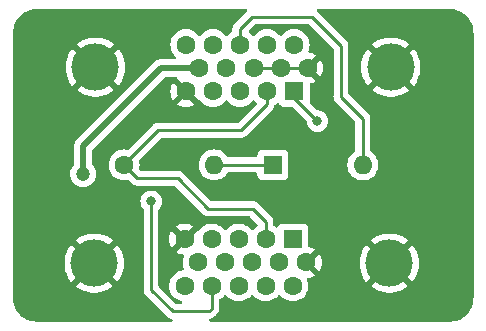
<source format=gbl>
G04 #@! TF.GenerationSoftware,KiCad,Pcbnew,(6.0.2)*
G04 #@! TF.CreationDate,2022-07-31T16:50:56-06:00*
G04 #@! TF.ProjectId,ypbprSync_MiSTer,79706270-7253-4796-9e63-5f4d69535465,rev?*
G04 #@! TF.SameCoordinates,Original*
G04 #@! TF.FileFunction,Copper,L2,Bot*
G04 #@! TF.FilePolarity,Positive*
%FSLAX46Y46*%
G04 Gerber Fmt 4.6, Leading zero omitted, Abs format (unit mm)*
G04 Created by KiCad (PCBNEW (6.0.2)) date 2022-07-31 16:50:56*
%MOMM*%
%LPD*%
G01*
G04 APERTURE LIST*
G04 #@! TA.AperFunction,ComponentPad*
%ADD10C,4.000000*%
G04 #@! TD*
G04 #@! TA.AperFunction,ComponentPad*
%ADD11R,1.600000X1.600000*%
G04 #@! TD*
G04 #@! TA.AperFunction,ComponentPad*
%ADD12C,1.600000*%
G04 #@! TD*
G04 #@! TA.AperFunction,ComponentPad*
%ADD13O,1.600000X1.600000*%
G04 #@! TD*
G04 #@! TA.AperFunction,ViaPad*
%ADD14C,0.800000*%
G04 #@! TD*
G04 #@! TA.AperFunction,ViaPad*
%ADD15C,1.200000*%
G04 #@! TD*
G04 #@! TA.AperFunction,Conductor*
%ADD16C,0.250000*%
G04 #@! TD*
G04 #@! TA.AperFunction,Conductor*
%ADD17C,0.500000*%
G04 #@! TD*
G04 APERTURE END LIST*
D10*
X157485000Y-80450000D03*
X132485000Y-80450000D03*
D11*
X149300000Y-82500000D03*
D12*
X147010000Y-82500000D03*
X144720000Y-82500000D03*
X142430000Y-82500000D03*
X140140000Y-82500000D03*
X150445000Y-80520000D03*
X148155000Y-80520000D03*
X145865000Y-80520000D03*
X143575000Y-80520000D03*
X141285000Y-80520000D03*
X149300000Y-78540000D03*
X147010000Y-78540000D03*
X144720000Y-78540000D03*
X142430000Y-78540000D03*
X140140000Y-78540000D03*
D10*
X157376000Y-97050000D03*
X132376000Y-97050000D03*
D11*
X149191000Y-95000000D03*
D12*
X146901000Y-95000000D03*
X144611000Y-95000000D03*
X142321000Y-95000000D03*
X140031000Y-95000000D03*
X150336000Y-96980000D03*
X148046000Y-96980000D03*
X145756000Y-96980000D03*
X143466000Y-96980000D03*
X141176000Y-96980000D03*
X149191000Y-98960000D03*
X146901000Y-98960000D03*
X144611000Y-98960000D03*
X142321000Y-98960000D03*
X140031000Y-98960000D03*
X134918248Y-88720574D03*
D13*
X142538248Y-88720574D03*
D11*
X147509652Y-88728248D03*
D13*
X155129652Y-88728248D03*
D14*
X137202323Y-91808254D03*
D15*
X131443228Y-89488229D03*
D14*
X151271751Y-85018770D03*
D16*
X149300000Y-83047019D02*
X149300000Y-82500000D01*
X151271751Y-85018770D02*
X149300000Y-83047019D01*
X144840782Y-85773341D02*
X147010000Y-83604123D01*
X137812473Y-85773341D02*
X144840782Y-85773341D01*
X134918248Y-88667566D02*
X137812473Y-85773341D01*
X134918248Y-88720574D02*
X134918248Y-88667566D01*
X147010000Y-83604123D02*
X147010000Y-82500000D01*
X144720000Y-77196742D02*
X144720000Y-78540000D01*
X145715214Y-76201528D02*
X144720000Y-77196742D01*
X150837603Y-76201528D02*
X145715214Y-76201528D01*
X153271354Y-82937756D02*
X153271354Y-78635279D01*
X155129652Y-84796054D02*
X153271354Y-82937756D01*
X155129652Y-88728248D02*
X155129652Y-84796054D01*
X153271354Y-78635279D02*
X150837603Y-76201528D01*
X148155000Y-80520000D02*
X145865000Y-80520000D01*
X150445000Y-80520000D02*
X148155000Y-80520000D01*
X142094558Y-101114521D02*
X142321000Y-100888079D01*
X139023937Y-101114521D02*
X142094558Y-101114521D01*
X137186976Y-99277560D02*
X139023937Y-101114521D01*
X142321000Y-100888079D02*
X142321000Y-98960000D01*
X137186976Y-91823601D02*
X137186976Y-99277560D01*
X137202323Y-91808254D02*
X137186976Y-91823601D01*
X145800061Y-92422378D02*
X146901000Y-93523317D01*
X146901000Y-93523317D02*
X146901000Y-95000000D01*
X139435669Y-89845085D02*
X142012962Y-92422378D01*
X142012962Y-92422378D02*
X145800061Y-92422378D01*
X136042759Y-89845085D02*
X139435669Y-89845085D01*
X134918248Y-88720574D02*
X136042759Y-89845085D01*
D17*
X138057315Y-80520000D02*
X141285000Y-80520000D01*
X131443228Y-87134087D02*
X138057315Y-80520000D01*
X131443228Y-89488229D02*
X131443228Y-87134087D01*
D16*
X157376000Y-80559000D02*
X157485000Y-80450000D01*
X147501978Y-88720574D02*
X147509652Y-88728248D01*
X142538248Y-88720574D02*
X147501978Y-88720574D01*
G04 #@! TA.AperFunction,Conductor*
G36*
X162470057Y-75509500D02*
G01*
X162484858Y-75511805D01*
X162484861Y-75511805D01*
X162493730Y-75513186D01*
X162509999Y-75511059D01*
X162534567Y-75510266D01*
X162751766Y-75524502D01*
X162768106Y-75526653D01*
X162825549Y-75538079D01*
X163007473Y-75574266D01*
X163023383Y-75578529D01*
X163239569Y-75651914D01*
X163254484Y-75656977D01*
X163269710Y-75663284D01*
X163488592Y-75771224D01*
X163502866Y-75779465D01*
X163705783Y-75915050D01*
X163718858Y-75925083D01*
X163902347Y-76085998D01*
X163914002Y-76097653D01*
X164074917Y-76281142D01*
X164084950Y-76294217D01*
X164220535Y-76497134D01*
X164228776Y-76511408D01*
X164336716Y-76730290D01*
X164343022Y-76745514D01*
X164421471Y-76976617D01*
X164425734Y-76992527D01*
X164448908Y-77109031D01*
X164473347Y-77231894D01*
X164475498Y-77248234D01*
X164489264Y-77458268D01*
X164488239Y-77481304D01*
X164488196Y-77484854D01*
X164486814Y-77493730D01*
X164488638Y-77507678D01*
X164490936Y-77525251D01*
X164492000Y-77541589D01*
X164492000Y-99950672D01*
X164490500Y-99970056D01*
X164486814Y-99993730D01*
X164488941Y-100009999D01*
X164489734Y-100034567D01*
X164475498Y-100251766D01*
X164473347Y-100268106D01*
X164464049Y-100314853D01*
X164434975Y-100461019D01*
X164425735Y-100507470D01*
X164421471Y-100523383D01*
X164386550Y-100626257D01*
X164343023Y-100754484D01*
X164336716Y-100769710D01*
X164228776Y-100988592D01*
X164220535Y-101002866D01*
X164084950Y-101205783D01*
X164074917Y-101218858D01*
X163914002Y-101402347D01*
X163902347Y-101414002D01*
X163718858Y-101574917D01*
X163705783Y-101584950D01*
X163502866Y-101720535D01*
X163488592Y-101728776D01*
X163269710Y-101836716D01*
X163254486Y-101843022D01*
X163023383Y-101921471D01*
X163007473Y-101925734D01*
X162887788Y-101949541D01*
X162768106Y-101973347D01*
X162751766Y-101975498D01*
X162541732Y-101989264D01*
X162518696Y-101988239D01*
X162515146Y-101988196D01*
X162506270Y-101986814D01*
X162477762Y-101990542D01*
X162474749Y-101990936D01*
X162458411Y-101992000D01*
X142230256Y-101992000D01*
X142162135Y-101971998D01*
X142115642Y-101918342D01*
X142105538Y-101848068D01*
X142135032Y-101783488D01*
X142195104Y-101745003D01*
X142213898Y-101739543D01*
X142233258Y-101735534D01*
X142245488Y-101733989D01*
X142245489Y-101733989D01*
X142253355Y-101732995D01*
X142260726Y-101730076D01*
X142260728Y-101730076D01*
X142294470Y-101716717D01*
X142305700Y-101712872D01*
X142340541Y-101702750D01*
X142340542Y-101702750D01*
X142348151Y-101700539D01*
X142354970Y-101696506D01*
X142354975Y-101696504D01*
X142365586Y-101690228D01*
X142383334Y-101681533D01*
X142402175Y-101674073D01*
X142422545Y-101659274D01*
X142437945Y-101648085D01*
X142447865Y-101641569D01*
X142479093Y-101623101D01*
X142479096Y-101623099D01*
X142485920Y-101619063D01*
X142500241Y-101604742D01*
X142515275Y-101591901D01*
X142516990Y-101590655D01*
X142531665Y-101579993D01*
X142559856Y-101545916D01*
X142567846Y-101537137D01*
X142713247Y-101391736D01*
X142721537Y-101384192D01*
X142728018Y-101380079D01*
X142774659Y-101330411D01*
X142777413Y-101327570D01*
X142797134Y-101307849D01*
X142799612Y-101304654D01*
X142807318Y-101295632D01*
X142832158Y-101269180D01*
X142837586Y-101263400D01*
X142847346Y-101245647D01*
X142858199Y-101229124D01*
X142865753Y-101219385D01*
X142870613Y-101213120D01*
X142888176Y-101172536D01*
X142893383Y-101161906D01*
X142914695Y-101123139D01*
X142916666Y-101115462D01*
X142916668Y-101115457D01*
X142919732Y-101103521D01*
X142926138Y-101084809D01*
X142931034Y-101073496D01*
X142934181Y-101066224D01*
X142941097Y-101022560D01*
X142943504Y-101010939D01*
X142952528Y-100975790D01*
X142952528Y-100975789D01*
X142954500Y-100968109D01*
X142954500Y-100947848D01*
X142956051Y-100928137D01*
X142957979Y-100915964D01*
X142959219Y-100908136D01*
X142955059Y-100864125D01*
X142954500Y-100852268D01*
X142954500Y-100179394D01*
X142974502Y-100111273D01*
X143008229Y-100076181D01*
X143160789Y-99969357D01*
X143160792Y-99969355D01*
X143165300Y-99966198D01*
X143327198Y-99804300D01*
X143362787Y-99753474D01*
X143418244Y-99709146D01*
X143488864Y-99701837D01*
X143552224Y-99733868D01*
X143569213Y-99753474D01*
X143604802Y-99804300D01*
X143766700Y-99966198D01*
X143771208Y-99969355D01*
X143771211Y-99969357D01*
X143814974Y-100000000D01*
X143954251Y-100097523D01*
X143959233Y-100099846D01*
X143959238Y-100099849D01*
X144129825Y-100179394D01*
X144161757Y-100194284D01*
X144167065Y-100195706D01*
X144167067Y-100195707D01*
X144377598Y-100252119D01*
X144377600Y-100252119D01*
X144382913Y-100253543D01*
X144611000Y-100273498D01*
X144839087Y-100253543D01*
X144844400Y-100252119D01*
X144844402Y-100252119D01*
X145054933Y-100195707D01*
X145054935Y-100195706D01*
X145060243Y-100194284D01*
X145092175Y-100179394D01*
X145262762Y-100099849D01*
X145262767Y-100099846D01*
X145267749Y-100097523D01*
X145407026Y-100000000D01*
X145450789Y-99969357D01*
X145450792Y-99969355D01*
X145455300Y-99966198D01*
X145617198Y-99804300D01*
X145652787Y-99753474D01*
X145708244Y-99709146D01*
X145778864Y-99701837D01*
X145842224Y-99733868D01*
X145859213Y-99753474D01*
X145894802Y-99804300D01*
X146056700Y-99966198D01*
X146061208Y-99969355D01*
X146061211Y-99969357D01*
X146104974Y-100000000D01*
X146244251Y-100097523D01*
X146249233Y-100099846D01*
X146249238Y-100099849D01*
X146419825Y-100179394D01*
X146451757Y-100194284D01*
X146457065Y-100195706D01*
X146457067Y-100195707D01*
X146667598Y-100252119D01*
X146667600Y-100252119D01*
X146672913Y-100253543D01*
X146901000Y-100273498D01*
X147129087Y-100253543D01*
X147134400Y-100252119D01*
X147134402Y-100252119D01*
X147344933Y-100195707D01*
X147344935Y-100195706D01*
X147350243Y-100194284D01*
X147382175Y-100179394D01*
X147552762Y-100099849D01*
X147552767Y-100099846D01*
X147557749Y-100097523D01*
X147697026Y-100000000D01*
X147740789Y-99969357D01*
X147740792Y-99969355D01*
X147745300Y-99966198D01*
X147907198Y-99804300D01*
X147942787Y-99753474D01*
X147998244Y-99709146D01*
X148068864Y-99701837D01*
X148132224Y-99733868D01*
X148149213Y-99753474D01*
X148184802Y-99804300D01*
X148346700Y-99966198D01*
X148351208Y-99969355D01*
X148351211Y-99969357D01*
X148394974Y-100000000D01*
X148534251Y-100097523D01*
X148539233Y-100099846D01*
X148539238Y-100099849D01*
X148709825Y-100179394D01*
X148741757Y-100194284D01*
X148747065Y-100195706D01*
X148747067Y-100195707D01*
X148957598Y-100252119D01*
X148957600Y-100252119D01*
X148962913Y-100253543D01*
X149191000Y-100273498D01*
X149419087Y-100253543D01*
X149424400Y-100252119D01*
X149424402Y-100252119D01*
X149634933Y-100195707D01*
X149634935Y-100195706D01*
X149640243Y-100194284D01*
X149672175Y-100179394D01*
X149842762Y-100099849D01*
X149842767Y-100099846D01*
X149847749Y-100097523D01*
X149987026Y-100000000D01*
X150030789Y-99969357D01*
X150030792Y-99969355D01*
X150035300Y-99966198D01*
X150197198Y-99804300D01*
X150328523Y-99616749D01*
X150330846Y-99611767D01*
X150330849Y-99611762D01*
X150422961Y-99414225D01*
X150422961Y-99414224D01*
X150425284Y-99409243D01*
X150447236Y-99327320D01*
X150483119Y-99193402D01*
X150483119Y-99193400D01*
X150484543Y-99188087D01*
X150501350Y-98995987D01*
X155794721Y-98995987D01*
X155803548Y-99007605D01*
X156026281Y-99169430D01*
X156032961Y-99173670D01*
X156302572Y-99321890D01*
X156309707Y-99325247D01*
X156595770Y-99438508D01*
X156603296Y-99440953D01*
X156901279Y-99517462D01*
X156909050Y-99518945D01*
X157214278Y-99557503D01*
X157222169Y-99558000D01*
X157529831Y-99558000D01*
X157537722Y-99557503D01*
X157842950Y-99518945D01*
X157850721Y-99517462D01*
X158148704Y-99440953D01*
X158156230Y-99438508D01*
X158442293Y-99325247D01*
X158449428Y-99321890D01*
X158719039Y-99173670D01*
X158725719Y-99169430D01*
X158948823Y-99007336D01*
X158957246Y-98996413D01*
X158950342Y-98983552D01*
X157388812Y-97422022D01*
X157374868Y-97414408D01*
X157373035Y-97414539D01*
X157366420Y-97418790D01*
X155801334Y-98983876D01*
X155794721Y-98995987D01*
X150501350Y-98995987D01*
X150504498Y-98960000D01*
X150484543Y-98731913D01*
X150455370Y-98623038D01*
X150426707Y-98516067D01*
X150426706Y-98516065D01*
X150425284Y-98510757D01*
X150400270Y-98457114D01*
X150389609Y-98386922D01*
X150418589Y-98322109D01*
X150478009Y-98283253D01*
X150503484Y-98278343D01*
X150558520Y-98273528D01*
X150569312Y-98271625D01*
X150779761Y-98215236D01*
X150790053Y-98211490D01*
X150987511Y-98119414D01*
X150997006Y-98113931D01*
X151049048Y-98077491D01*
X151057424Y-98067012D01*
X151050356Y-98053566D01*
X150065885Y-97069095D01*
X150031859Y-97006783D01*
X150033694Y-96981132D01*
X150700408Y-96981132D01*
X150700539Y-96982965D01*
X150704790Y-96989580D01*
X151410287Y-97695077D01*
X151422062Y-97701507D01*
X151434077Y-97692211D01*
X151469931Y-97641006D01*
X151475414Y-97631511D01*
X151567490Y-97434053D01*
X151571236Y-97423761D01*
X151627625Y-97213312D01*
X151629528Y-97202519D01*
X151642525Y-97053958D01*
X154863290Y-97053958D01*
X154882607Y-97360994D01*
X154883600Y-97368855D01*
X154941246Y-97671046D01*
X154943217Y-97678723D01*
X155038284Y-97971309D01*
X155041199Y-97978672D01*
X155172189Y-98257041D01*
X155176001Y-98263974D01*
X155340851Y-98523736D01*
X155345495Y-98530129D01*
X155420497Y-98620790D01*
X155433014Y-98629245D01*
X155443752Y-98623038D01*
X157003978Y-97062812D01*
X157010356Y-97051132D01*
X157740408Y-97051132D01*
X157740539Y-97052965D01*
X157744790Y-97059580D01*
X159307145Y-98621935D01*
X159320407Y-98629177D01*
X159330512Y-98621988D01*
X159406505Y-98530129D01*
X159411149Y-98523736D01*
X159575999Y-98263974D01*
X159579811Y-98257041D01*
X159710801Y-97978672D01*
X159713716Y-97971309D01*
X159808783Y-97678723D01*
X159810754Y-97671046D01*
X159868400Y-97368855D01*
X159869393Y-97360994D01*
X159888710Y-97053958D01*
X159888710Y-97046042D01*
X159869393Y-96739006D01*
X159868400Y-96731145D01*
X159810754Y-96428954D01*
X159808783Y-96421277D01*
X159713716Y-96128691D01*
X159710801Y-96121328D01*
X159579811Y-95842959D01*
X159575999Y-95836026D01*
X159411149Y-95576264D01*
X159406505Y-95569871D01*
X159331503Y-95479210D01*
X159318986Y-95470755D01*
X159308248Y-95476962D01*
X157748022Y-97037188D01*
X157740408Y-97051132D01*
X157010356Y-97051132D01*
X157011592Y-97048868D01*
X157011461Y-97047035D01*
X157007210Y-97040420D01*
X155444855Y-95478065D01*
X155431593Y-95470823D01*
X155421488Y-95478012D01*
X155345495Y-95569871D01*
X155340851Y-95576264D01*
X155176001Y-95836026D01*
X155172189Y-95842959D01*
X155041199Y-96121328D01*
X155038284Y-96128691D01*
X154943217Y-96421277D01*
X154941246Y-96428954D01*
X154883600Y-96731145D01*
X154882607Y-96739006D01*
X154863290Y-97046042D01*
X154863290Y-97053958D01*
X151642525Y-97053958D01*
X151648517Y-96985475D01*
X151648517Y-96974525D01*
X151629528Y-96757481D01*
X151627625Y-96746688D01*
X151571236Y-96536239D01*
X151567490Y-96525947D01*
X151475414Y-96328489D01*
X151469931Y-96318994D01*
X151433491Y-96266952D01*
X151423012Y-96258576D01*
X151409566Y-96265644D01*
X150708022Y-96967188D01*
X150700408Y-96981132D01*
X150033694Y-96981132D01*
X150036924Y-96935968D01*
X150065885Y-96890905D01*
X151051077Y-95905713D01*
X151057507Y-95893938D01*
X151048211Y-95881923D01*
X150997006Y-95846069D01*
X150987511Y-95840586D01*
X150790053Y-95748510D01*
X150779761Y-95744764D01*
X150592889Y-95694692D01*
X150532266Y-95657740D01*
X150501245Y-95593880D01*
X150499500Y-95572985D01*
X150499500Y-95103587D01*
X155794754Y-95103587D01*
X155801658Y-95116448D01*
X157363188Y-96677978D01*
X157377132Y-96685592D01*
X157378965Y-96685461D01*
X157385580Y-96681210D01*
X158950666Y-95116124D01*
X158957279Y-95104013D01*
X158948452Y-95092395D01*
X158725719Y-94930570D01*
X158719039Y-94926330D01*
X158449428Y-94778110D01*
X158442293Y-94774753D01*
X158156230Y-94661492D01*
X158148704Y-94659047D01*
X157850721Y-94582538D01*
X157842950Y-94581055D01*
X157537722Y-94542497D01*
X157529831Y-94542000D01*
X157222169Y-94542000D01*
X157214278Y-94542497D01*
X156909050Y-94581055D01*
X156901279Y-94582538D01*
X156603296Y-94659047D01*
X156595770Y-94661492D01*
X156309707Y-94774753D01*
X156302572Y-94778110D01*
X156032961Y-94926330D01*
X156026281Y-94930570D01*
X155803177Y-95092664D01*
X155794754Y-95103587D01*
X150499500Y-95103587D01*
X150499500Y-94151866D01*
X150492745Y-94089684D01*
X150441615Y-93953295D01*
X150354261Y-93836739D01*
X150237705Y-93749385D01*
X150101316Y-93698255D01*
X150039134Y-93691500D01*
X148342866Y-93691500D01*
X148280684Y-93698255D01*
X148144295Y-93749385D01*
X148027739Y-93836739D01*
X148016574Y-93851636D01*
X147945771Y-93946109D01*
X147940385Y-93953295D01*
X147937779Y-93960245D01*
X147888074Y-94009839D01*
X147818683Y-94024853D01*
X147747460Y-93995962D01*
X147745300Y-93993802D01*
X147740796Y-93990648D01*
X147588229Y-93883819D01*
X147543901Y-93828362D01*
X147534500Y-93780606D01*
X147534500Y-93602084D01*
X147535027Y-93590901D01*
X147536702Y-93583408D01*
X147534562Y-93515317D01*
X147534500Y-93511360D01*
X147534500Y-93483461D01*
X147533996Y-93479470D01*
X147533063Y-93467628D01*
X147531923Y-93431353D01*
X147531674Y-93423428D01*
X147529462Y-93415814D01*
X147529461Y-93415809D01*
X147526023Y-93403976D01*
X147522012Y-93384612D01*
X147520467Y-93372381D01*
X147519474Y-93364520D01*
X147516557Y-93357153D01*
X147516556Y-93357148D01*
X147503198Y-93323409D01*
X147499354Y-93312182D01*
X147489230Y-93277339D01*
X147487018Y-93269724D01*
X147476707Y-93252289D01*
X147468012Y-93234541D01*
X147460552Y-93215700D01*
X147434564Y-93179930D01*
X147428048Y-93170010D01*
X147409580Y-93138782D01*
X147409578Y-93138779D01*
X147405542Y-93131955D01*
X147391221Y-93117634D01*
X147378380Y-93102600D01*
X147366472Y-93086210D01*
X147332395Y-93058019D01*
X147323616Y-93050029D01*
X146303713Y-92030125D01*
X146296173Y-92021839D01*
X146292061Y-92015360D01*
X146242409Y-91968734D01*
X146239568Y-91965980D01*
X146219831Y-91946243D01*
X146216634Y-91943763D01*
X146207612Y-91936058D01*
X146181161Y-91911219D01*
X146175382Y-91905792D01*
X146168436Y-91901973D01*
X146168433Y-91901971D01*
X146157627Y-91896030D01*
X146141108Y-91885179D01*
X146140644Y-91884819D01*
X146125102Y-91872764D01*
X146117833Y-91869619D01*
X146117829Y-91869616D01*
X146084524Y-91855204D01*
X146073874Y-91849987D01*
X146035121Y-91828683D01*
X146015498Y-91823645D01*
X145996795Y-91817241D01*
X145985481Y-91812345D01*
X145985480Y-91812345D01*
X145978206Y-91809197D01*
X145970383Y-91807958D01*
X145970373Y-91807955D01*
X145934537Y-91802279D01*
X145922917Y-91799873D01*
X145887772Y-91790850D01*
X145887771Y-91790850D01*
X145880091Y-91788878D01*
X145859837Y-91788878D01*
X145840126Y-91787327D01*
X145827947Y-91785398D01*
X145820118Y-91784158D01*
X145812226Y-91784904D01*
X145776100Y-91788319D01*
X145764242Y-91788878D01*
X142327556Y-91788878D01*
X142259435Y-91768876D01*
X142238461Y-91751973D01*
X139939321Y-89452832D01*
X139931781Y-89444546D01*
X139927669Y-89438067D01*
X139878017Y-89391441D01*
X139875176Y-89388687D01*
X139855439Y-89368950D01*
X139852242Y-89366470D01*
X139843220Y-89358765D01*
X139816769Y-89333926D01*
X139810990Y-89328499D01*
X139804044Y-89324680D01*
X139804041Y-89324678D01*
X139793235Y-89318737D01*
X139776716Y-89307886D01*
X139776252Y-89307526D01*
X139760710Y-89295471D01*
X139753441Y-89292326D01*
X139753437Y-89292323D01*
X139720132Y-89277911D01*
X139709482Y-89272694D01*
X139670729Y-89251390D01*
X139651106Y-89246352D01*
X139632403Y-89239948D01*
X139621089Y-89235052D01*
X139621088Y-89235052D01*
X139613814Y-89231904D01*
X139605991Y-89230665D01*
X139605981Y-89230662D01*
X139570145Y-89224986D01*
X139558525Y-89222580D01*
X139523380Y-89213557D01*
X139523379Y-89213557D01*
X139515699Y-89211585D01*
X139495445Y-89211585D01*
X139475734Y-89210034D01*
X139463555Y-89208105D01*
X139455726Y-89206865D01*
X139447834Y-89207611D01*
X139411708Y-89211026D01*
X139399850Y-89211585D01*
X136357353Y-89211585D01*
X136289232Y-89191583D01*
X136268258Y-89174680D01*
X136227400Y-89133822D01*
X136193374Y-89071510D01*
X136194789Y-89012115D01*
X136210366Y-88953983D01*
X136210368Y-88953972D01*
X136211791Y-88948661D01*
X136231746Y-88720574D01*
X141224750Y-88720574D01*
X141244705Y-88948661D01*
X141246129Y-88953974D01*
X141246129Y-88953976D01*
X141277623Y-89071510D01*
X141303964Y-89169817D01*
X141306287Y-89174798D01*
X141306287Y-89174799D01*
X141398399Y-89372336D01*
X141398402Y-89372341D01*
X141400725Y-89377323D01*
X141436022Y-89427732D01*
X141519179Y-89546492D01*
X141532050Y-89564874D01*
X141693948Y-89726772D01*
X141698456Y-89729929D01*
X141698459Y-89729931D01*
X141762757Y-89774953D01*
X141881499Y-89858097D01*
X141886481Y-89860420D01*
X141886486Y-89860423D01*
X141964691Y-89896890D01*
X142089005Y-89954858D01*
X142094313Y-89956280D01*
X142094315Y-89956281D01*
X142304846Y-90012693D01*
X142304848Y-90012693D01*
X142310161Y-90014117D01*
X142538248Y-90034072D01*
X142766335Y-90014117D01*
X142771648Y-90012693D01*
X142771650Y-90012693D01*
X142982181Y-89956281D01*
X142982183Y-89956280D01*
X142987491Y-89954858D01*
X143111805Y-89896890D01*
X143190010Y-89860423D01*
X143190015Y-89860420D01*
X143194997Y-89858097D01*
X143313739Y-89774953D01*
X143378037Y-89729931D01*
X143378040Y-89729929D01*
X143382548Y-89726772D01*
X143544446Y-89564874D01*
X143554745Y-89550166D01*
X143654429Y-89407803D01*
X143709886Y-89363475D01*
X143757642Y-89354074D01*
X146075152Y-89354074D01*
X146143273Y-89374076D01*
X146189766Y-89427732D01*
X146201152Y-89480074D01*
X146201152Y-89576382D01*
X146207907Y-89638564D01*
X146259037Y-89774953D01*
X146346391Y-89891509D01*
X146462947Y-89978863D01*
X146599336Y-90029993D01*
X146661518Y-90036748D01*
X148357786Y-90036748D01*
X148419968Y-90029993D01*
X148556357Y-89978863D01*
X148672913Y-89891509D01*
X148760267Y-89774953D01*
X148811397Y-89638564D01*
X148818152Y-89576382D01*
X148818152Y-87880114D01*
X148811397Y-87817932D01*
X148760267Y-87681543D01*
X148672913Y-87564987D01*
X148556357Y-87477633D01*
X148419968Y-87426503D01*
X148357786Y-87419748D01*
X146661518Y-87419748D01*
X146599336Y-87426503D01*
X146462947Y-87477633D01*
X146346391Y-87564987D01*
X146259037Y-87681543D01*
X146207907Y-87817932D01*
X146201152Y-87880114D01*
X146201152Y-87961074D01*
X146181150Y-88029195D01*
X146127494Y-88075688D01*
X146075152Y-88087074D01*
X143757642Y-88087074D01*
X143689521Y-88067072D01*
X143654429Y-88033345D01*
X143547605Y-87880785D01*
X143547603Y-87880782D01*
X143544446Y-87876274D01*
X143382548Y-87714376D01*
X143378040Y-87711219D01*
X143378037Y-87711217D01*
X143236436Y-87612067D01*
X143194997Y-87583051D01*
X143190015Y-87580728D01*
X143190010Y-87580725D01*
X142992473Y-87488613D01*
X142992472Y-87488613D01*
X142987491Y-87486290D01*
X142982183Y-87484868D01*
X142982181Y-87484867D01*
X142771650Y-87428455D01*
X142771648Y-87428455D01*
X142766335Y-87427031D01*
X142538248Y-87407076D01*
X142310161Y-87427031D01*
X142304848Y-87428455D01*
X142304846Y-87428455D01*
X142094315Y-87484867D01*
X142094313Y-87484868D01*
X142089005Y-87486290D01*
X142084024Y-87488613D01*
X142084023Y-87488613D01*
X141886486Y-87580725D01*
X141886481Y-87580728D01*
X141881499Y-87583051D01*
X141840060Y-87612067D01*
X141698459Y-87711217D01*
X141698456Y-87711219D01*
X141693948Y-87714376D01*
X141532050Y-87876274D01*
X141528893Y-87880782D01*
X141528891Y-87880785D01*
X141523518Y-87888459D01*
X141400725Y-88063825D01*
X141398402Y-88068807D01*
X141398399Y-88068812D01*
X141306674Y-88265520D01*
X141303964Y-88271331D01*
X141302542Y-88276639D01*
X141302541Y-88276641D01*
X141246131Y-88487165D01*
X141244705Y-88492487D01*
X141224750Y-88720574D01*
X136231746Y-88720574D01*
X136211791Y-88492487D01*
X136210367Y-88487172D01*
X136210366Y-88487165D01*
X136183587Y-88387227D01*
X136185276Y-88316250D01*
X136216198Y-88265520D01*
X138037972Y-86443746D01*
X138100284Y-86409720D01*
X138127067Y-86406841D01*
X144762015Y-86406841D01*
X144773198Y-86407368D01*
X144780691Y-86409043D01*
X144788617Y-86408794D01*
X144788618Y-86408794D01*
X144848768Y-86406903D01*
X144852727Y-86406841D01*
X144880638Y-86406841D01*
X144884573Y-86406344D01*
X144884638Y-86406336D01*
X144896475Y-86405403D01*
X144928733Y-86404389D01*
X144932752Y-86404263D01*
X144940671Y-86404014D01*
X144960125Y-86398362D01*
X144979482Y-86394354D01*
X144991712Y-86392809D01*
X144991713Y-86392809D01*
X144999579Y-86391815D01*
X145006950Y-86388896D01*
X145006952Y-86388896D01*
X145040694Y-86375537D01*
X145051924Y-86371692D01*
X145086765Y-86361570D01*
X145086766Y-86361570D01*
X145094375Y-86359359D01*
X145101194Y-86355326D01*
X145101199Y-86355324D01*
X145111810Y-86349048D01*
X145129558Y-86340353D01*
X145148399Y-86332893D01*
X145184169Y-86306905D01*
X145194089Y-86300389D01*
X145225317Y-86281921D01*
X145225320Y-86281919D01*
X145232144Y-86277883D01*
X145246465Y-86263562D01*
X145261499Y-86250721D01*
X145271476Y-86243472D01*
X145277889Y-86238813D01*
X145306080Y-86204736D01*
X145314070Y-86195957D01*
X147402247Y-84107780D01*
X147410537Y-84100236D01*
X147417018Y-84096123D01*
X147463659Y-84046455D01*
X147466413Y-84043614D01*
X147486135Y-84023892D01*
X147488612Y-84020699D01*
X147496317Y-84011678D01*
X147521159Y-83985223D01*
X147526586Y-83979444D01*
X147530407Y-83972494D01*
X147536346Y-83961691D01*
X147547202Y-83945164D01*
X147554757Y-83935425D01*
X147554758Y-83935423D01*
X147559614Y-83929163D01*
X147577174Y-83888583D01*
X147582391Y-83877935D01*
X147599875Y-83846132D01*
X147599876Y-83846130D01*
X147603695Y-83839183D01*
X147606438Y-83828502D01*
X147608733Y-83819561D01*
X147615137Y-83800857D01*
X147620033Y-83789543D01*
X147620033Y-83789542D01*
X147623181Y-83782268D01*
X147624420Y-83774445D01*
X147624423Y-83774435D01*
X147630099Y-83738599D01*
X147632505Y-83726977D01*
X147641410Y-83692294D01*
X147677725Y-83631288D01*
X147691181Y-83620416D01*
X147849796Y-83509352D01*
X147849798Y-83509350D01*
X147854300Y-83506198D01*
X147856496Y-83504002D01*
X147920856Y-83475831D01*
X147990961Y-83487044D01*
X148046796Y-83539800D01*
X148049385Y-83546705D01*
X148136739Y-83663261D01*
X148253295Y-83750615D01*
X148389684Y-83801745D01*
X148451866Y-83808500D01*
X149113387Y-83808500D01*
X149181508Y-83828502D01*
X149202482Y-83845405D01*
X150324629Y-84967553D01*
X150358655Y-85029865D01*
X150360844Y-85043476D01*
X150378209Y-85208698D01*
X150437224Y-85390326D01*
X150532711Y-85555714D01*
X150660498Y-85697636D01*
X150814999Y-85809888D01*
X150821027Y-85812572D01*
X150821029Y-85812573D01*
X150983432Y-85884879D01*
X150989463Y-85887564D01*
X151082863Y-85907417D01*
X151169807Y-85925898D01*
X151169812Y-85925898D01*
X151176264Y-85927270D01*
X151367238Y-85927270D01*
X151373690Y-85925898D01*
X151373695Y-85925898D01*
X151460638Y-85907417D01*
X151554039Y-85887564D01*
X151560070Y-85884879D01*
X151722473Y-85812573D01*
X151722475Y-85812572D01*
X151728503Y-85809888D01*
X151883004Y-85697636D01*
X152010791Y-85555714D01*
X152106278Y-85390326D01*
X152165293Y-85208698D01*
X152169241Y-85171141D01*
X152184565Y-85025335D01*
X152185255Y-85018770D01*
X152168163Y-84856145D01*
X152165983Y-84835405D01*
X152165983Y-84835403D01*
X152165293Y-84828842D01*
X152106278Y-84647214D01*
X152010791Y-84481826D01*
X151980213Y-84447865D01*
X151887426Y-84344815D01*
X151887425Y-84344814D01*
X151883004Y-84339904D01*
X151728503Y-84227652D01*
X151722475Y-84224968D01*
X151722473Y-84224967D01*
X151560070Y-84152661D01*
X151560069Y-84152661D01*
X151554039Y-84149976D01*
X151460638Y-84130123D01*
X151373695Y-84111642D01*
X151373690Y-84111642D01*
X151367238Y-84110270D01*
X151311346Y-84110270D01*
X151243225Y-84090268D01*
X151222250Y-84073365D01*
X150640263Y-83491377D01*
X150606238Y-83429065D01*
X150604096Y-83388674D01*
X150608131Y-83351531D01*
X150608500Y-83348134D01*
X150608500Y-81927015D01*
X150628502Y-81858894D01*
X150682158Y-81812401D01*
X150701889Y-81805308D01*
X150888761Y-81755236D01*
X150899053Y-81751490D01*
X151096511Y-81659414D01*
X151106006Y-81653931D01*
X151158048Y-81617491D01*
X151166424Y-81607012D01*
X151159356Y-81593566D01*
X150174885Y-80609095D01*
X150140859Y-80546783D01*
X150142694Y-80521132D01*
X150809408Y-80521132D01*
X150809539Y-80522965D01*
X150813790Y-80529580D01*
X151519287Y-81235077D01*
X151531062Y-81241507D01*
X151543077Y-81232211D01*
X151578931Y-81181006D01*
X151584414Y-81171511D01*
X151676490Y-80974053D01*
X151680236Y-80963761D01*
X151736625Y-80753312D01*
X151738528Y-80742519D01*
X151757517Y-80525475D01*
X151757517Y-80514525D01*
X151738528Y-80297481D01*
X151736625Y-80286688D01*
X151680236Y-80076239D01*
X151676490Y-80065947D01*
X151584414Y-79868489D01*
X151578931Y-79858994D01*
X151542491Y-79806952D01*
X151532012Y-79798576D01*
X151518566Y-79805644D01*
X150817022Y-80507188D01*
X150809408Y-80521132D01*
X150142694Y-80521132D01*
X150145924Y-80475968D01*
X150174885Y-80430905D01*
X151160077Y-79445713D01*
X151166507Y-79433938D01*
X151157211Y-79421923D01*
X151106006Y-79386069D01*
X151096511Y-79380586D01*
X150899053Y-79288510D01*
X150888761Y-79284764D01*
X150678312Y-79228375D01*
X150667520Y-79226472D01*
X150612484Y-79221657D01*
X150546366Y-79195794D01*
X150504726Y-79138291D01*
X150500785Y-79067403D01*
X150509270Y-79042886D01*
X150531961Y-78994225D01*
X150531961Y-78994224D01*
X150534284Y-78989243D01*
X150563768Y-78879210D01*
X150592119Y-78773402D01*
X150592119Y-78773400D01*
X150593543Y-78768087D01*
X150613498Y-78540000D01*
X150593543Y-78311913D01*
X150588178Y-78291891D01*
X150535707Y-78096067D01*
X150535706Y-78096065D01*
X150534284Y-78090757D01*
X150520638Y-78061492D01*
X150439849Y-77888238D01*
X150439846Y-77888233D01*
X150437523Y-77883251D01*
X150306198Y-77695700D01*
X150144300Y-77533802D01*
X150139792Y-77530645D01*
X150139789Y-77530643D01*
X150041572Y-77461871D01*
X149956749Y-77402477D01*
X149951767Y-77400154D01*
X149951762Y-77400151D01*
X149754225Y-77308039D01*
X149754224Y-77308039D01*
X149749243Y-77305716D01*
X149743935Y-77304294D01*
X149743933Y-77304293D01*
X149533402Y-77247881D01*
X149533400Y-77247881D01*
X149528087Y-77246457D01*
X149300000Y-77226502D01*
X149071913Y-77246457D01*
X149066600Y-77247881D01*
X149066598Y-77247881D01*
X148856067Y-77304293D01*
X148856065Y-77304294D01*
X148850757Y-77305716D01*
X148845776Y-77308039D01*
X148845775Y-77308039D01*
X148648238Y-77400151D01*
X148648233Y-77400154D01*
X148643251Y-77402477D01*
X148558428Y-77461871D01*
X148460211Y-77530643D01*
X148460208Y-77530645D01*
X148455700Y-77533802D01*
X148293802Y-77695700D01*
X148290645Y-77700208D01*
X148290643Y-77700211D01*
X148258213Y-77746526D01*
X148202756Y-77790854D01*
X148132136Y-77798163D01*
X148068776Y-77766132D01*
X148051787Y-77746526D01*
X148019357Y-77700211D01*
X148019355Y-77700208D01*
X148016198Y-77695700D01*
X147854300Y-77533802D01*
X147849792Y-77530645D01*
X147849789Y-77530643D01*
X147751572Y-77461871D01*
X147666749Y-77402477D01*
X147661767Y-77400154D01*
X147661762Y-77400151D01*
X147464225Y-77308039D01*
X147464224Y-77308039D01*
X147459243Y-77305716D01*
X147453935Y-77304294D01*
X147453933Y-77304293D01*
X147243402Y-77247881D01*
X147243400Y-77247881D01*
X147238087Y-77246457D01*
X147010000Y-77226502D01*
X146781913Y-77246457D01*
X146776600Y-77247881D01*
X146776598Y-77247881D01*
X146566067Y-77304293D01*
X146566065Y-77304294D01*
X146560757Y-77305716D01*
X146555776Y-77308039D01*
X146555775Y-77308039D01*
X146358238Y-77400151D01*
X146358233Y-77400154D01*
X146353251Y-77402477D01*
X146268428Y-77461871D01*
X146170211Y-77530643D01*
X146170208Y-77530645D01*
X146165700Y-77533802D01*
X146003802Y-77695700D01*
X146000645Y-77700208D01*
X146000643Y-77700211D01*
X145968213Y-77746526D01*
X145912756Y-77790854D01*
X145842136Y-77798163D01*
X145778776Y-77766132D01*
X145761787Y-77746526D01*
X145729357Y-77700211D01*
X145729355Y-77700208D01*
X145726198Y-77695700D01*
X145564300Y-77533802D01*
X145519789Y-77502635D01*
X145519408Y-77502368D01*
X145475080Y-77446911D01*
X145467772Y-77376291D01*
X145502585Y-77310061D01*
X145940713Y-76871933D01*
X146003025Y-76837907D01*
X146029808Y-76835028D01*
X150523009Y-76835028D01*
X150591130Y-76855030D01*
X150612104Y-76871933D01*
X152600949Y-78860778D01*
X152634975Y-78923090D01*
X152637854Y-78949873D01*
X152637854Y-82858989D01*
X152637327Y-82870172D01*
X152635652Y-82877665D01*
X152635901Y-82885591D01*
X152635901Y-82885592D01*
X152637792Y-82945742D01*
X152637854Y-82949701D01*
X152637854Y-82977612D01*
X152638351Y-82981546D01*
X152638351Y-82981547D01*
X152638359Y-82981612D01*
X152639292Y-82993449D01*
X152640681Y-83037645D01*
X152646332Y-83057095D01*
X152650341Y-83076456D01*
X152652880Y-83096553D01*
X152655799Y-83103924D01*
X152655799Y-83103926D01*
X152669158Y-83137668D01*
X152673003Y-83148898D01*
X152685336Y-83191349D01*
X152689369Y-83198168D01*
X152689371Y-83198173D01*
X152695647Y-83208784D01*
X152704342Y-83226532D01*
X152711802Y-83245373D01*
X152716464Y-83251789D01*
X152716464Y-83251790D01*
X152737790Y-83281143D01*
X152744306Y-83291063D01*
X152766812Y-83329118D01*
X152781133Y-83343439D01*
X152793973Y-83358472D01*
X152805882Y-83374863D01*
X152811988Y-83379914D01*
X152839959Y-83403054D01*
X152848738Y-83411044D01*
X154459247Y-85021553D01*
X154493273Y-85083865D01*
X154496152Y-85110648D01*
X154496152Y-87508854D01*
X154476150Y-87576975D01*
X154442423Y-87612067D01*
X154289863Y-87718891D01*
X154289860Y-87718893D01*
X154285352Y-87722050D01*
X154123454Y-87883948D01*
X153992129Y-88071499D01*
X153989806Y-88076481D01*
X153989803Y-88076486D01*
X153898946Y-88271331D01*
X153895368Y-88279005D01*
X153836109Y-88500161D01*
X153816154Y-88728248D01*
X153836109Y-88956335D01*
X153837533Y-88961648D01*
X153837533Y-88961650D01*
X153864478Y-89062207D01*
X153895368Y-89177491D01*
X153897691Y-89182472D01*
X153897691Y-89182473D01*
X153989803Y-89380010D01*
X153989806Y-89380015D01*
X153992129Y-89384997D01*
X154029289Y-89438067D01*
X154118081Y-89564874D01*
X154123454Y-89572548D01*
X154285352Y-89734446D01*
X154289860Y-89737603D01*
X154289863Y-89737605D01*
X154331194Y-89766545D01*
X154472903Y-89865771D01*
X154477885Y-89868094D01*
X154477890Y-89868097D01*
X154675427Y-89960209D01*
X154680409Y-89962532D01*
X154685717Y-89963954D01*
X154685719Y-89963955D01*
X154896250Y-90020367D01*
X154896252Y-90020367D01*
X154901565Y-90021791D01*
X155129652Y-90041746D01*
X155357739Y-90021791D01*
X155363052Y-90020367D01*
X155363054Y-90020367D01*
X155573585Y-89963955D01*
X155573587Y-89963954D01*
X155578895Y-89962532D01*
X155583877Y-89960209D01*
X155781414Y-89868097D01*
X155781419Y-89868094D01*
X155786401Y-89865771D01*
X155928110Y-89766545D01*
X155969441Y-89737605D01*
X155969444Y-89737603D01*
X155973952Y-89734446D01*
X156135850Y-89572548D01*
X156141224Y-89564874D01*
X156230015Y-89438067D01*
X156267175Y-89384997D01*
X156269498Y-89380015D01*
X156269501Y-89380010D01*
X156361613Y-89182473D01*
X156361613Y-89182472D01*
X156363936Y-89177491D01*
X156394827Y-89062207D01*
X156421771Y-88961650D01*
X156421771Y-88961648D01*
X156423195Y-88956335D01*
X156443150Y-88728248D01*
X156423195Y-88500161D01*
X156363936Y-88279005D01*
X156360358Y-88271331D01*
X156269501Y-88076486D01*
X156269498Y-88076481D01*
X156267175Y-88071499D01*
X156135850Y-87883948D01*
X155973952Y-87722050D01*
X155969444Y-87718893D01*
X155969441Y-87718891D01*
X155816881Y-87612067D01*
X155772553Y-87556610D01*
X155763152Y-87508854D01*
X155763152Y-84874821D01*
X155763679Y-84863638D01*
X155765354Y-84856145D01*
X155763214Y-84788068D01*
X155763152Y-84784109D01*
X155763152Y-84756198D01*
X155762647Y-84752198D01*
X155761714Y-84740355D01*
X155760574Y-84704083D01*
X155760325Y-84696164D01*
X155754674Y-84676712D01*
X155750666Y-84657360D01*
X155749119Y-84645117D01*
X155748126Y-84637257D01*
X155745208Y-84629886D01*
X155731852Y-84596151D01*
X155728007Y-84584924D01*
X155727373Y-84582741D01*
X155715670Y-84542461D01*
X155711636Y-84535639D01*
X155711633Y-84535633D01*
X155705358Y-84525022D01*
X155696662Y-84507272D01*
X155692124Y-84495810D01*
X155692121Y-84495805D01*
X155689204Y-84488437D01*
X155663225Y-84452679D01*
X155656709Y-84442761D01*
X155638227Y-84411511D01*
X155634194Y-84404691D01*
X155619870Y-84390367D01*
X155607028Y-84375332D01*
X155595124Y-84358947D01*
X155561058Y-84330765D01*
X155552279Y-84322776D01*
X153941759Y-82712256D01*
X153907733Y-82649944D01*
X153904854Y-82623161D01*
X153904854Y-82395987D01*
X155903721Y-82395987D01*
X155912548Y-82407605D01*
X156135281Y-82569430D01*
X156141961Y-82573670D01*
X156411572Y-82721890D01*
X156418707Y-82725247D01*
X156704770Y-82838508D01*
X156712296Y-82840953D01*
X157010279Y-82917462D01*
X157018050Y-82918945D01*
X157323278Y-82957503D01*
X157331169Y-82958000D01*
X157638831Y-82958000D01*
X157646722Y-82957503D01*
X157951950Y-82918945D01*
X157959721Y-82917462D01*
X158257704Y-82840953D01*
X158265230Y-82838508D01*
X158551293Y-82725247D01*
X158558428Y-82721890D01*
X158828039Y-82573670D01*
X158834719Y-82569430D01*
X159057823Y-82407336D01*
X159066246Y-82396413D01*
X159059342Y-82383552D01*
X157497812Y-80822022D01*
X157483868Y-80814408D01*
X157482035Y-80814539D01*
X157475420Y-80818790D01*
X155910334Y-82383876D01*
X155903721Y-82395987D01*
X153904854Y-82395987D01*
X153904854Y-80453958D01*
X154972290Y-80453958D01*
X154991607Y-80760994D01*
X154992600Y-80768855D01*
X155050246Y-81071046D01*
X155052217Y-81078723D01*
X155147284Y-81371309D01*
X155150199Y-81378672D01*
X155281189Y-81657041D01*
X155285001Y-81663974D01*
X155449851Y-81923736D01*
X155454495Y-81930129D01*
X155529497Y-82020790D01*
X155542014Y-82029245D01*
X155552752Y-82023038D01*
X157112978Y-80462812D01*
X157119356Y-80451132D01*
X157849408Y-80451132D01*
X157849539Y-80452965D01*
X157853790Y-80459580D01*
X159416145Y-82021935D01*
X159429407Y-82029177D01*
X159439512Y-82021988D01*
X159515505Y-81930129D01*
X159520149Y-81923736D01*
X159684999Y-81663974D01*
X159688811Y-81657041D01*
X159819801Y-81378672D01*
X159822716Y-81371309D01*
X159917783Y-81078723D01*
X159919754Y-81071046D01*
X159977400Y-80768855D01*
X159978393Y-80760994D01*
X159997710Y-80453958D01*
X159997710Y-80446042D01*
X159978393Y-80139006D01*
X159977400Y-80131145D01*
X159919754Y-79828954D01*
X159917783Y-79821277D01*
X159822716Y-79528691D01*
X159819801Y-79521328D01*
X159688811Y-79242959D01*
X159684999Y-79236026D01*
X159520149Y-78976264D01*
X159515505Y-78969871D01*
X159440503Y-78879210D01*
X159427986Y-78870755D01*
X159417248Y-78876962D01*
X157857022Y-80437188D01*
X157849408Y-80451132D01*
X157119356Y-80451132D01*
X157120592Y-80448868D01*
X157120461Y-80447035D01*
X157116210Y-80440420D01*
X155553855Y-78878065D01*
X155540593Y-78870823D01*
X155530488Y-78878012D01*
X155454495Y-78969871D01*
X155449851Y-78976264D01*
X155285001Y-79236026D01*
X155281189Y-79242959D01*
X155150199Y-79521328D01*
X155147284Y-79528691D01*
X155052217Y-79821277D01*
X155050246Y-79828954D01*
X154992600Y-80131145D01*
X154991607Y-80139006D01*
X154972290Y-80446042D01*
X154972290Y-80453958D01*
X153904854Y-80453958D01*
X153904854Y-78714047D01*
X153905381Y-78702864D01*
X153907056Y-78695371D01*
X153904916Y-78627280D01*
X153904854Y-78623323D01*
X153904854Y-78595423D01*
X153904350Y-78591432D01*
X153903417Y-78579590D01*
X153902277Y-78543315D01*
X153902028Y-78535390D01*
X153896375Y-78515931D01*
X153893819Y-78503587D01*
X155903754Y-78503587D01*
X155910658Y-78516448D01*
X157472188Y-80077978D01*
X157486132Y-80085592D01*
X157487965Y-80085461D01*
X157494580Y-80081210D01*
X159059666Y-78516124D01*
X159066279Y-78504013D01*
X159057452Y-78492395D01*
X158834719Y-78330570D01*
X158828039Y-78326330D01*
X158558428Y-78178110D01*
X158551293Y-78174753D01*
X158265230Y-78061492D01*
X158257704Y-78059047D01*
X157959721Y-77982538D01*
X157951950Y-77981055D01*
X157646722Y-77942497D01*
X157638831Y-77942000D01*
X157331169Y-77942000D01*
X157323278Y-77942497D01*
X157018050Y-77981055D01*
X157010279Y-77982538D01*
X156712296Y-78059047D01*
X156704770Y-78061492D01*
X156418707Y-78174753D01*
X156411572Y-78178110D01*
X156141961Y-78326330D01*
X156135281Y-78330570D01*
X155912177Y-78492664D01*
X155903754Y-78503587D01*
X153893819Y-78503587D01*
X153892366Y-78496572D01*
X153891838Y-78492395D01*
X153889828Y-78476482D01*
X153886912Y-78469116D01*
X153886910Y-78469110D01*
X153873554Y-78435377D01*
X153869709Y-78424147D01*
X153859584Y-78389296D01*
X153859584Y-78389295D01*
X153857373Y-78381686D01*
X153847059Y-78364245D01*
X153838362Y-78346492D01*
X153833826Y-78335037D01*
X153830906Y-78327662D01*
X153804917Y-78291891D01*
X153798401Y-78281971D01*
X153779932Y-78250742D01*
X153775896Y-78243917D01*
X153761575Y-78229596D01*
X153748734Y-78214562D01*
X153741485Y-78204585D01*
X153736826Y-78198172D01*
X153702749Y-78169981D01*
X153693970Y-78161991D01*
X151341255Y-75809275D01*
X151333715Y-75800989D01*
X151329603Y-75794510D01*
X151303637Y-75770126D01*
X151279952Y-75747885D01*
X151277110Y-75745130D01*
X151257373Y-75725393D01*
X151258107Y-75724659D01*
X151222668Y-75668471D01*
X151223270Y-75597477D01*
X151262160Y-75538079D01*
X151326988Y-75509135D01*
X151343861Y-75508000D01*
X162450672Y-75508000D01*
X162470057Y-75509500D01*
G37*
G04 #@! TD.AperFunction*
G04 #@! TA.AperFunction,Conductor*
G36*
X145272332Y-75528002D02*
G01*
X145318825Y-75581658D01*
X145328929Y-75651932D01*
X145299435Y-75716512D01*
X145289758Y-75725398D01*
X145290297Y-75725972D01*
X145284520Y-75731397D01*
X145278107Y-75736056D01*
X145273057Y-75742160D01*
X145273052Y-75742165D01*
X145249921Y-75770126D01*
X145241931Y-75778907D01*
X144327742Y-76693095D01*
X144319463Y-76700629D01*
X144312982Y-76704742D01*
X144274693Y-76745516D01*
X144266357Y-76754393D01*
X144263602Y-76757235D01*
X144243865Y-76776972D01*
X144241385Y-76780169D01*
X144233682Y-76789189D01*
X144203414Y-76821421D01*
X144199595Y-76828367D01*
X144199593Y-76828370D01*
X144193652Y-76839176D01*
X144182801Y-76855695D01*
X144170386Y-76871701D01*
X144167241Y-76878970D01*
X144167238Y-76878974D01*
X144152826Y-76912279D01*
X144147609Y-76922929D01*
X144126305Y-76961682D01*
X144124334Y-76969357D01*
X144124334Y-76969358D01*
X144121267Y-76981304D01*
X144114863Y-77000008D01*
X144106819Y-77018597D01*
X144105580Y-77026420D01*
X144105577Y-77026430D01*
X144099901Y-77062266D01*
X144097495Y-77073886D01*
X144086500Y-77116712D01*
X144086500Y-77136966D01*
X144084949Y-77156676D01*
X144081780Y-77176685D01*
X144082526Y-77184577D01*
X144085941Y-77220703D01*
X144086500Y-77232561D01*
X144086500Y-77320606D01*
X144066498Y-77388727D01*
X144032771Y-77423819D01*
X143880211Y-77530643D01*
X143880208Y-77530645D01*
X143875700Y-77533802D01*
X143713802Y-77695700D01*
X143710645Y-77700208D01*
X143710643Y-77700211D01*
X143678213Y-77746526D01*
X143622756Y-77790854D01*
X143552136Y-77798163D01*
X143488776Y-77766132D01*
X143471787Y-77746526D01*
X143439357Y-77700211D01*
X143439355Y-77700208D01*
X143436198Y-77695700D01*
X143274300Y-77533802D01*
X143269792Y-77530645D01*
X143269789Y-77530643D01*
X143171572Y-77461871D01*
X143086749Y-77402477D01*
X143081767Y-77400154D01*
X143081762Y-77400151D01*
X142884225Y-77308039D01*
X142884224Y-77308039D01*
X142879243Y-77305716D01*
X142873935Y-77304294D01*
X142873933Y-77304293D01*
X142663402Y-77247881D01*
X142663400Y-77247881D01*
X142658087Y-77246457D01*
X142430000Y-77226502D01*
X142201913Y-77246457D01*
X142196600Y-77247881D01*
X142196598Y-77247881D01*
X141986067Y-77304293D01*
X141986065Y-77304294D01*
X141980757Y-77305716D01*
X141975776Y-77308039D01*
X141975775Y-77308039D01*
X141778238Y-77400151D01*
X141778233Y-77400154D01*
X141773251Y-77402477D01*
X141688428Y-77461871D01*
X141590211Y-77530643D01*
X141590208Y-77530645D01*
X141585700Y-77533802D01*
X141423802Y-77695700D01*
X141420645Y-77700208D01*
X141420643Y-77700211D01*
X141388213Y-77746526D01*
X141332756Y-77790854D01*
X141262136Y-77798163D01*
X141198776Y-77766132D01*
X141181787Y-77746526D01*
X141149357Y-77700211D01*
X141149355Y-77700208D01*
X141146198Y-77695700D01*
X140984300Y-77533802D01*
X140979792Y-77530645D01*
X140979789Y-77530643D01*
X140881572Y-77461871D01*
X140796749Y-77402477D01*
X140791767Y-77400154D01*
X140791762Y-77400151D01*
X140594225Y-77308039D01*
X140594224Y-77308039D01*
X140589243Y-77305716D01*
X140583935Y-77304294D01*
X140583933Y-77304293D01*
X140373402Y-77247881D01*
X140373400Y-77247881D01*
X140368087Y-77246457D01*
X140140000Y-77226502D01*
X139911913Y-77246457D01*
X139906600Y-77247881D01*
X139906598Y-77247881D01*
X139696067Y-77304293D01*
X139696065Y-77304294D01*
X139690757Y-77305716D01*
X139685776Y-77308039D01*
X139685775Y-77308039D01*
X139488238Y-77400151D01*
X139488233Y-77400154D01*
X139483251Y-77402477D01*
X139398428Y-77461871D01*
X139300211Y-77530643D01*
X139300208Y-77530645D01*
X139295700Y-77533802D01*
X139133802Y-77695700D01*
X139002477Y-77883251D01*
X139000154Y-77888233D01*
X139000151Y-77888238D01*
X138919362Y-78061492D01*
X138905716Y-78090757D01*
X138904294Y-78096065D01*
X138904293Y-78096067D01*
X138851822Y-78291891D01*
X138846457Y-78311913D01*
X138826502Y-78540000D01*
X138846457Y-78768087D01*
X138847881Y-78773400D01*
X138847881Y-78773402D01*
X138876233Y-78879210D01*
X138905716Y-78989243D01*
X138908039Y-78994224D01*
X138908039Y-78994225D01*
X139000151Y-79191762D01*
X139000154Y-79191767D01*
X139002477Y-79196749D01*
X139133802Y-79384300D01*
X139295700Y-79546198D01*
X139293856Y-79548042D01*
X139327147Y-79598014D01*
X139328317Y-79669001D01*
X139290922Y-79729352D01*
X139226836Y-79759905D01*
X139206852Y-79761500D01*
X138124385Y-79761500D01*
X138105435Y-79760067D01*
X138091200Y-79757901D01*
X138091196Y-79757901D01*
X138083966Y-79756801D01*
X138076674Y-79757394D01*
X138076671Y-79757394D01*
X138031297Y-79761085D01*
X138021082Y-79761500D01*
X138013022Y-79761500D01*
X138009388Y-79761924D01*
X138009382Y-79761924D01*
X137996357Y-79763443D01*
X137984795Y-79764791D01*
X137980447Y-79765221D01*
X137958374Y-79767016D01*
X137914977Y-79770546D01*
X137914974Y-79770547D01*
X137907679Y-79771140D01*
X137900715Y-79773396D01*
X137894776Y-79774583D01*
X137888905Y-79775970D01*
X137881634Y-79776818D01*
X137874758Y-79779314D01*
X137874749Y-79779316D01*
X137813017Y-79801725D01*
X137808913Y-79803135D01*
X137739416Y-79825648D01*
X137733161Y-79829444D01*
X137727702Y-79831943D01*
X137722254Y-79834671D01*
X137715378Y-79837167D01*
X137654325Y-79877195D01*
X137650652Y-79879513D01*
X137588208Y-79917405D01*
X137579832Y-79924802D01*
X137579808Y-79924775D01*
X137576814Y-79927430D01*
X137573583Y-79930132D01*
X137567463Y-79934144D01*
X137562431Y-79939456D01*
X137514187Y-79990383D01*
X137511809Y-79992825D01*
X130954317Y-86550317D01*
X130939905Y-86562703D01*
X130928310Y-86571236D01*
X130928305Y-86571241D01*
X130922410Y-86575579D01*
X130917671Y-86581157D01*
X130917668Y-86581160D01*
X130888193Y-86615855D01*
X130881263Y-86623371D01*
X130875568Y-86629066D01*
X130873288Y-86631948D01*
X130857947Y-86651338D01*
X130855156Y-86654742D01*
X130812637Y-86704790D01*
X130807895Y-86710372D01*
X130804567Y-86716888D01*
X130801200Y-86721937D01*
X130798033Y-86727066D01*
X130793494Y-86732803D01*
X130762573Y-86798962D01*
X130760670Y-86802856D01*
X130727459Y-86867895D01*
X130725720Y-86875003D01*
X130723621Y-86880646D01*
X130721704Y-86886409D01*
X130718606Y-86893037D01*
X130717116Y-86900199D01*
X130717116Y-86900200D01*
X130703742Y-86964499D01*
X130702772Y-86968783D01*
X130685420Y-87039697D01*
X130684728Y-87050851D01*
X130684692Y-87050849D01*
X130684453Y-87054842D01*
X130684079Y-87059034D01*
X130682588Y-87066202D01*
X130682786Y-87073519D01*
X130684682Y-87143608D01*
X130684728Y-87147015D01*
X130684728Y-88621838D01*
X130664726Y-88689959D01*
X130641808Y-88716567D01*
X130640049Y-88718110D01*
X130635706Y-88721919D01*
X130632139Y-88726444D01*
X130632134Y-88726449D01*
X130545559Y-88836269D01*
X130509579Y-88881910D01*
X130506890Y-88887021D01*
X130506888Y-88887024D01*
X130473305Y-88950855D01*
X130414720Y-89062207D01*
X130354306Y-89256772D01*
X130330360Y-89459088D01*
X130343685Y-89662380D01*
X130393833Y-89859839D01*
X130479126Y-90044853D01*
X130596707Y-90211226D01*
X130629919Y-90243580D01*
X130686546Y-90298743D01*
X130742638Y-90353386D01*
X130747434Y-90356591D01*
X130747437Y-90356593D01*
X130834278Y-90414618D01*
X130912031Y-90466571D01*
X130917334Y-90468849D01*
X130917337Y-90468851D01*
X131006343Y-90507091D01*
X131099215Y-90546992D01*
X131172045Y-90563472D01*
X131292283Y-90590679D01*
X131292288Y-90590680D01*
X131297920Y-90591954D01*
X131303691Y-90592181D01*
X131303693Y-90592181D01*
X131366698Y-90594656D01*
X131501491Y-90599952D01*
X131703111Y-90570719D01*
X131708575Y-90568864D01*
X131708580Y-90568863D01*
X131890555Y-90507091D01*
X131890560Y-90507089D01*
X131896027Y-90505233D01*
X131907895Y-90498587D01*
X131965063Y-90466571D01*
X132073779Y-90405687D01*
X132230414Y-90275415D01*
X132360686Y-90118780D01*
X132439043Y-89978863D01*
X132457408Y-89946071D01*
X132457409Y-89946069D01*
X132460232Y-89941028D01*
X132462088Y-89935561D01*
X132462090Y-89935556D01*
X132523862Y-89753581D01*
X132523863Y-89753576D01*
X132525718Y-89748112D01*
X132554951Y-89546492D01*
X132556477Y-89488229D01*
X132538766Y-89295471D01*
X132538365Y-89291109D01*
X132538364Y-89291106D01*
X132537836Y-89285355D01*
X132507415Y-89177491D01*
X132484103Y-89094835D01*
X132484102Y-89094833D01*
X132482535Y-89089276D01*
X132479136Y-89082382D01*
X132394984Y-88911739D01*
X132392429Y-88906558D01*
X132370636Y-88877373D01*
X132273990Y-88747950D01*
X132270533Y-88743320D01*
X132252282Y-88726449D01*
X132242199Y-88717128D01*
X132205754Y-88656200D01*
X132201728Y-88624604D01*
X132201728Y-87500458D01*
X132221730Y-87432337D01*
X132238633Y-87411363D01*
X136063934Y-83586062D01*
X139418493Y-83586062D01*
X139427789Y-83598077D01*
X139478994Y-83633931D01*
X139488489Y-83639414D01*
X139685947Y-83731490D01*
X139696239Y-83735236D01*
X139906688Y-83791625D01*
X139917481Y-83793528D01*
X140134525Y-83812517D01*
X140145475Y-83812517D01*
X140362519Y-83793528D01*
X140373312Y-83791625D01*
X140583761Y-83735236D01*
X140594053Y-83731490D01*
X140791511Y-83639414D01*
X140801006Y-83633931D01*
X140853048Y-83597491D01*
X140861424Y-83587012D01*
X140854356Y-83573566D01*
X140152812Y-82872022D01*
X140138868Y-82864408D01*
X140137035Y-82864539D01*
X140130420Y-82868790D01*
X139424923Y-83574287D01*
X139418493Y-83586062D01*
X136063934Y-83586062D01*
X137144521Y-82505475D01*
X138827483Y-82505475D01*
X138846472Y-82722519D01*
X138848375Y-82733312D01*
X138904764Y-82943761D01*
X138908510Y-82954053D01*
X139000586Y-83151511D01*
X139006069Y-83161006D01*
X139042509Y-83213048D01*
X139052988Y-83221424D01*
X139066434Y-83214356D01*
X139767978Y-82512812D01*
X139775592Y-82498868D01*
X139775461Y-82497035D01*
X139771210Y-82490420D01*
X139065713Y-81784923D01*
X139053938Y-81778493D01*
X139041923Y-81787789D01*
X139006069Y-81838994D01*
X139000586Y-81848489D01*
X138908510Y-82045947D01*
X138904764Y-82056239D01*
X138848375Y-82266688D01*
X138846472Y-82277481D01*
X138827483Y-82494525D01*
X138827483Y-82505475D01*
X137144521Y-82505475D01*
X138334591Y-81315405D01*
X138396903Y-81281379D01*
X138423686Y-81278500D01*
X139291439Y-81278500D01*
X139359560Y-81298502D01*
X139406053Y-81352158D01*
X139414879Y-81405955D01*
X139425644Y-81426434D01*
X141214287Y-83215077D01*
X141228231Y-83222691D01*
X141262142Y-83220266D01*
X141262417Y-83224113D01*
X141315166Y-83227886D01*
X141374347Y-83273671D01*
X141423802Y-83344300D01*
X141585700Y-83506198D01*
X141590208Y-83509355D01*
X141590211Y-83509357D01*
X141643550Y-83546705D01*
X141773251Y-83637523D01*
X141778233Y-83639846D01*
X141778238Y-83639849D01*
X141965087Y-83726977D01*
X141980757Y-83734284D01*
X141986065Y-83735706D01*
X141986067Y-83735707D01*
X142196598Y-83792119D01*
X142196600Y-83792119D01*
X142201913Y-83793543D01*
X142430000Y-83813498D01*
X142658087Y-83793543D01*
X142663400Y-83792119D01*
X142663402Y-83792119D01*
X142873933Y-83735707D01*
X142873935Y-83735706D01*
X142879243Y-83734284D01*
X142894913Y-83726977D01*
X143081762Y-83639849D01*
X143081767Y-83639846D01*
X143086749Y-83637523D01*
X143216450Y-83546705D01*
X143269789Y-83509357D01*
X143269792Y-83509355D01*
X143274300Y-83506198D01*
X143436198Y-83344300D01*
X143471787Y-83293474D01*
X143527244Y-83249146D01*
X143597864Y-83241837D01*
X143661224Y-83273868D01*
X143678213Y-83293474D01*
X143713802Y-83344300D01*
X143875700Y-83506198D01*
X143880208Y-83509355D01*
X143880211Y-83509357D01*
X143933550Y-83546705D01*
X144063251Y-83637523D01*
X144068233Y-83639846D01*
X144068238Y-83639849D01*
X144255087Y-83726977D01*
X144270757Y-83734284D01*
X144276065Y-83735706D01*
X144276067Y-83735707D01*
X144486598Y-83792119D01*
X144486600Y-83792119D01*
X144491913Y-83793543D01*
X144720000Y-83813498D01*
X144948087Y-83793543D01*
X144953400Y-83792119D01*
X144953402Y-83792119D01*
X145163933Y-83735707D01*
X145163935Y-83735706D01*
X145169243Y-83734284D01*
X145184913Y-83726977D01*
X145371762Y-83639849D01*
X145371767Y-83639846D01*
X145376749Y-83637523D01*
X145506450Y-83546705D01*
X145559789Y-83509357D01*
X145559792Y-83509355D01*
X145564300Y-83506198D01*
X145726198Y-83344300D01*
X145761787Y-83293474D01*
X145817244Y-83249146D01*
X145887864Y-83241837D01*
X145951224Y-83273868D01*
X145968213Y-83293474D01*
X146003802Y-83344300D01*
X146099765Y-83440263D01*
X146133791Y-83502575D01*
X146128726Y-83573390D01*
X146099765Y-83618453D01*
X144615282Y-85102936D01*
X144552970Y-85136962D01*
X144526187Y-85139841D01*
X137891240Y-85139841D01*
X137880057Y-85139314D01*
X137872564Y-85137639D01*
X137864638Y-85137888D01*
X137864637Y-85137888D01*
X137804487Y-85139779D01*
X137800528Y-85139841D01*
X137772617Y-85139841D01*
X137768683Y-85140338D01*
X137768682Y-85140338D01*
X137768617Y-85140346D01*
X137756780Y-85141279D01*
X137724963Y-85142279D01*
X137720502Y-85142419D01*
X137712583Y-85142668D01*
X137694927Y-85147797D01*
X137693131Y-85148319D01*
X137673779Y-85152327D01*
X137666708Y-85153221D01*
X137653676Y-85154867D01*
X137646307Y-85157784D01*
X137646305Y-85157785D01*
X137612570Y-85171141D01*
X137601342Y-85174986D01*
X137558880Y-85187323D01*
X137552058Y-85191357D01*
X137552052Y-85191360D01*
X137541441Y-85197635D01*
X137523691Y-85206331D01*
X137512229Y-85210869D01*
X137512224Y-85210872D01*
X137504856Y-85213789D01*
X137498441Y-85218450D01*
X137469098Y-85239768D01*
X137459180Y-85246284D01*
X137440492Y-85257336D01*
X137421110Y-85268799D01*
X137406786Y-85283123D01*
X137391754Y-85295962D01*
X137375366Y-85307869D01*
X137347185Y-85341934D01*
X137339195Y-85350714D01*
X135289689Y-87400220D01*
X135227377Y-87434246D01*
X135167984Y-87432832D01*
X135151649Y-87428455D01*
X135151650Y-87428455D01*
X135146335Y-87427031D01*
X134918248Y-87407076D01*
X134690161Y-87427031D01*
X134684848Y-87428455D01*
X134684846Y-87428455D01*
X134474315Y-87484867D01*
X134474313Y-87484868D01*
X134469005Y-87486290D01*
X134464024Y-87488613D01*
X134464023Y-87488613D01*
X134266486Y-87580725D01*
X134266481Y-87580728D01*
X134261499Y-87583051D01*
X134220060Y-87612067D01*
X134078459Y-87711217D01*
X134078456Y-87711219D01*
X134073948Y-87714376D01*
X133912050Y-87876274D01*
X133908893Y-87880782D01*
X133908891Y-87880785D01*
X133903518Y-87888459D01*
X133780725Y-88063825D01*
X133778402Y-88068807D01*
X133778399Y-88068812D01*
X133686674Y-88265520D01*
X133683964Y-88271331D01*
X133682542Y-88276639D01*
X133682541Y-88276641D01*
X133626131Y-88487165D01*
X133624705Y-88492487D01*
X133604750Y-88720574D01*
X133624705Y-88948661D01*
X133626129Y-88953974D01*
X133626129Y-88953976D01*
X133657623Y-89071510D01*
X133683964Y-89169817D01*
X133686287Y-89174798D01*
X133686287Y-89174799D01*
X133778399Y-89372336D01*
X133778402Y-89372341D01*
X133780725Y-89377323D01*
X133816022Y-89427732D01*
X133899179Y-89546492D01*
X133912050Y-89564874D01*
X134073948Y-89726772D01*
X134078456Y-89729929D01*
X134078459Y-89729931D01*
X134142757Y-89774953D01*
X134261499Y-89858097D01*
X134266481Y-89860420D01*
X134266486Y-89860423D01*
X134344691Y-89896890D01*
X134469005Y-89954858D01*
X134474313Y-89956280D01*
X134474315Y-89956281D01*
X134684846Y-90012693D01*
X134684848Y-90012693D01*
X134690161Y-90014117D01*
X134918248Y-90034072D01*
X135146335Y-90014117D01*
X135151646Y-90012694D01*
X135151657Y-90012692D01*
X135209789Y-89997115D01*
X135280765Y-89998804D01*
X135331496Y-90029726D01*
X135539102Y-90237332D01*
X135546646Y-90245622D01*
X135550759Y-90252103D01*
X135556536Y-90257528D01*
X135600426Y-90298743D01*
X135603268Y-90301498D01*
X135622990Y-90321220D01*
X135626132Y-90323657D01*
X135626192Y-90323704D01*
X135635204Y-90331402D01*
X135654327Y-90349359D01*
X135667438Y-90361671D01*
X135674381Y-90365488D01*
X135685190Y-90371430D01*
X135701712Y-90382283D01*
X135717718Y-90394699D01*
X135724996Y-90397849D01*
X135724997Y-90397849D01*
X135758296Y-90412259D01*
X135768946Y-90417476D01*
X135807699Y-90438780D01*
X135815374Y-90440751D01*
X135815375Y-90440751D01*
X135827321Y-90443818D01*
X135846026Y-90450222D01*
X135864614Y-90458266D01*
X135872437Y-90459505D01*
X135872447Y-90459508D01*
X135908283Y-90465184D01*
X135919903Y-90467590D01*
X135955048Y-90476613D01*
X135962729Y-90478585D01*
X135982983Y-90478585D01*
X136002693Y-90480136D01*
X136022702Y-90483305D01*
X136030594Y-90482559D01*
X136066720Y-90479144D01*
X136078578Y-90478585D01*
X139121075Y-90478585D01*
X139189196Y-90498587D01*
X139210170Y-90515490D01*
X141509305Y-92814625D01*
X141516849Y-92822915D01*
X141520962Y-92829396D01*
X141526739Y-92834821D01*
X141570629Y-92876036D01*
X141573471Y-92878791D01*
X141593193Y-92898513D01*
X141596335Y-92900950D01*
X141596395Y-92900997D01*
X141605407Y-92908695D01*
X141630998Y-92932725D01*
X141637641Y-92938964D01*
X141644584Y-92942781D01*
X141655393Y-92948723D01*
X141671915Y-92959576D01*
X141687921Y-92971992D01*
X141695199Y-92975142D01*
X141695200Y-92975142D01*
X141728499Y-92989552D01*
X141739149Y-92994769D01*
X141777902Y-93016073D01*
X141785577Y-93018044D01*
X141785578Y-93018044D01*
X141797524Y-93021111D01*
X141816229Y-93027515D01*
X141834817Y-93035559D01*
X141842640Y-93036798D01*
X141842650Y-93036801D01*
X141878486Y-93042477D01*
X141890106Y-93044883D01*
X141925251Y-93053906D01*
X141932932Y-93055878D01*
X141953186Y-93055878D01*
X141972896Y-93057429D01*
X141992905Y-93060598D01*
X142000797Y-93059852D01*
X142036923Y-93056437D01*
X142048781Y-93055878D01*
X145485466Y-93055878D01*
X145553587Y-93075880D01*
X145574562Y-93092783D01*
X146196890Y-93715112D01*
X146230915Y-93777424D01*
X146225850Y-93848240D01*
X146180065Y-93907420D01*
X146061211Y-93990643D01*
X146061208Y-93990645D01*
X146056700Y-93993802D01*
X145894802Y-94155700D01*
X145891645Y-94160208D01*
X145891643Y-94160211D01*
X145859213Y-94206526D01*
X145803756Y-94250854D01*
X145733136Y-94258163D01*
X145669776Y-94226132D01*
X145652787Y-94206526D01*
X145620357Y-94160211D01*
X145620355Y-94160208D01*
X145617198Y-94155700D01*
X145455300Y-93993802D01*
X145450792Y-93990645D01*
X145450789Y-93990643D01*
X145324920Y-93902509D01*
X145267749Y-93862477D01*
X145262767Y-93860154D01*
X145262762Y-93860151D01*
X145065225Y-93768039D01*
X145065224Y-93768039D01*
X145060243Y-93765716D01*
X145054935Y-93764294D01*
X145054933Y-93764293D01*
X144844402Y-93707881D01*
X144844400Y-93707881D01*
X144839087Y-93706457D01*
X144611000Y-93686502D01*
X144382913Y-93706457D01*
X144377600Y-93707881D01*
X144377598Y-93707881D01*
X144167067Y-93764293D01*
X144167065Y-93764294D01*
X144161757Y-93765716D01*
X144156776Y-93768039D01*
X144156775Y-93768039D01*
X143959238Y-93860151D01*
X143959233Y-93860154D01*
X143954251Y-93862477D01*
X143897080Y-93902509D01*
X143771211Y-93990643D01*
X143771208Y-93990645D01*
X143766700Y-93993802D01*
X143604802Y-94155700D01*
X143601645Y-94160208D01*
X143601643Y-94160211D01*
X143569213Y-94206526D01*
X143513756Y-94250854D01*
X143443136Y-94258163D01*
X143379776Y-94226132D01*
X143362787Y-94206526D01*
X143330357Y-94160211D01*
X143330355Y-94160208D01*
X143327198Y-94155700D01*
X143165300Y-93993802D01*
X143160792Y-93990645D01*
X143160789Y-93990643D01*
X143034920Y-93902509D01*
X142977749Y-93862477D01*
X142972767Y-93860154D01*
X142972762Y-93860151D01*
X142775225Y-93768039D01*
X142775224Y-93768039D01*
X142770243Y-93765716D01*
X142764935Y-93764294D01*
X142764933Y-93764293D01*
X142554402Y-93707881D01*
X142554400Y-93707881D01*
X142549087Y-93706457D01*
X142321000Y-93686502D01*
X142092913Y-93706457D01*
X142087600Y-93707881D01*
X142087598Y-93707881D01*
X141877067Y-93764293D01*
X141877065Y-93764294D01*
X141871757Y-93765716D01*
X141866776Y-93768039D01*
X141866775Y-93768039D01*
X141669238Y-93860151D01*
X141669233Y-93860154D01*
X141664251Y-93862477D01*
X141607080Y-93902509D01*
X141481211Y-93990643D01*
X141481208Y-93990645D01*
X141476700Y-93993802D01*
X141314802Y-94155700D01*
X141311645Y-94160208D01*
X141311643Y-94160211D01*
X141264649Y-94227326D01*
X141209192Y-94271654D01*
X141148464Y-94280385D01*
X141120147Y-94277454D01*
X141104566Y-94285644D01*
X139315923Y-96074287D01*
X139309493Y-96086062D01*
X139318789Y-96098077D01*
X139369994Y-96133931D01*
X139379489Y-96139414D01*
X139576947Y-96231490D01*
X139587239Y-96235236D01*
X139797688Y-96291625D01*
X139808480Y-96293528D01*
X139863516Y-96298343D01*
X139929634Y-96324206D01*
X139971274Y-96381709D01*
X139975215Y-96452597D01*
X139966730Y-96477114D01*
X139941716Y-96530757D01*
X139882457Y-96751913D01*
X139862502Y-96980000D01*
X139882457Y-97208087D01*
X139883881Y-97213400D01*
X139883881Y-97213402D01*
X139923429Y-97360994D01*
X139941716Y-97429243D01*
X139944039Y-97434225D01*
X139944041Y-97434230D01*
X139966505Y-97482405D01*
X139977166Y-97552596D01*
X139948186Y-97617409D01*
X139888766Y-97656265D01*
X139863295Y-97661174D01*
X139838778Y-97663319D01*
X139808394Y-97665977D01*
X139808389Y-97665978D01*
X139802913Y-97666457D01*
X139797600Y-97667881D01*
X139797598Y-97667881D01*
X139587067Y-97724293D01*
X139587065Y-97724294D01*
X139581757Y-97725716D01*
X139576776Y-97728039D01*
X139576775Y-97728039D01*
X139379238Y-97820151D01*
X139379233Y-97820154D01*
X139374251Y-97822477D01*
X139269389Y-97895902D01*
X139191211Y-97950643D01*
X139191208Y-97950645D01*
X139186700Y-97953802D01*
X139024802Y-98115700D01*
X138893477Y-98303251D01*
X138891154Y-98308233D01*
X138891151Y-98308238D01*
X138821730Y-98457114D01*
X138796716Y-98510757D01*
X138795294Y-98516065D01*
X138795293Y-98516067D01*
X138766630Y-98623038D01*
X138737457Y-98731913D01*
X138717502Y-98960000D01*
X138737457Y-99188087D01*
X138738881Y-99193400D01*
X138738881Y-99193402D01*
X138774765Y-99327320D01*
X138796716Y-99409243D01*
X138799039Y-99414224D01*
X138799039Y-99414225D01*
X138891151Y-99611762D01*
X138891154Y-99611767D01*
X138893477Y-99616749D01*
X139024802Y-99804300D01*
X139186700Y-99966198D01*
X139191208Y-99969355D01*
X139191211Y-99969357D01*
X139234974Y-100000000D01*
X139374251Y-100097523D01*
X139379233Y-100099846D01*
X139379238Y-100099849D01*
X139549825Y-100179394D01*
X139581757Y-100194284D01*
X139587065Y-100195706D01*
X139587067Y-100195707D01*
X139727418Y-100233314D01*
X139788041Y-100270266D01*
X139819062Y-100334127D01*
X139810634Y-100404621D01*
X139765431Y-100459368D01*
X139694807Y-100481021D01*
X139338532Y-100481021D01*
X139270411Y-100461019D01*
X139249437Y-100444116D01*
X137857381Y-99052060D01*
X137823355Y-98989748D01*
X137820476Y-98962965D01*
X137820476Y-95005475D01*
X138718483Y-95005475D01*
X138737472Y-95222519D01*
X138739375Y-95233312D01*
X138795764Y-95443761D01*
X138799510Y-95454053D01*
X138891586Y-95651511D01*
X138897069Y-95661006D01*
X138933509Y-95713048D01*
X138943988Y-95721424D01*
X138957434Y-95714356D01*
X139658978Y-95012812D01*
X139666592Y-94998868D01*
X139666461Y-94997035D01*
X139662210Y-94990420D01*
X138956713Y-94284923D01*
X138944938Y-94278493D01*
X138932923Y-94287789D01*
X138897069Y-94338994D01*
X138891586Y-94348489D01*
X138799510Y-94545947D01*
X138795764Y-94556239D01*
X138739375Y-94766688D01*
X138737472Y-94777481D01*
X138718483Y-94994525D01*
X138718483Y-95005475D01*
X137820476Y-95005475D01*
X137820476Y-93912988D01*
X139309576Y-93912988D01*
X139316644Y-93926434D01*
X140018188Y-94627978D01*
X140032132Y-94635592D01*
X140033965Y-94635461D01*
X140040580Y-94631210D01*
X140746077Y-93925713D01*
X140752507Y-93913938D01*
X140743211Y-93901923D01*
X140692006Y-93866069D01*
X140682511Y-93860586D01*
X140485053Y-93768510D01*
X140474761Y-93764764D01*
X140264312Y-93708375D01*
X140253519Y-93706472D01*
X140036475Y-93687483D01*
X140025525Y-93687483D01*
X139808481Y-93706472D01*
X139797688Y-93708375D01*
X139587239Y-93764764D01*
X139576947Y-93768510D01*
X139379489Y-93860586D01*
X139369994Y-93866069D01*
X139317952Y-93902509D01*
X139309576Y-93912988D01*
X137820476Y-93912988D01*
X137820476Y-92527823D01*
X137840478Y-92459702D01*
X137852840Y-92443513D01*
X137936944Y-92350106D01*
X137936945Y-92350105D01*
X137941363Y-92345198D01*
X138036850Y-92179810D01*
X138095865Y-91998182D01*
X138102395Y-91936058D01*
X138115137Y-91814819D01*
X138115827Y-91808254D01*
X138095865Y-91618326D01*
X138036850Y-91436698D01*
X137941363Y-91271310D01*
X137813576Y-91129388D01*
X137659075Y-91017136D01*
X137653047Y-91014452D01*
X137653045Y-91014451D01*
X137490642Y-90942145D01*
X137490641Y-90942145D01*
X137484611Y-90939460D01*
X137391210Y-90919607D01*
X137304267Y-90901126D01*
X137304262Y-90901126D01*
X137297810Y-90899754D01*
X137106836Y-90899754D01*
X137100384Y-90901126D01*
X137100379Y-90901126D01*
X137013436Y-90919607D01*
X136920035Y-90939460D01*
X136914005Y-90942145D01*
X136914004Y-90942145D01*
X136751601Y-91014451D01*
X136751599Y-91014452D01*
X136745571Y-91017136D01*
X136591070Y-91129388D01*
X136463283Y-91271310D01*
X136367796Y-91436698D01*
X136308781Y-91618326D01*
X136288819Y-91808254D01*
X136289509Y-91814819D01*
X136302252Y-91936058D01*
X136308781Y-91998182D01*
X136367796Y-92179810D01*
X136463283Y-92345198D01*
X136521114Y-92409426D01*
X136551830Y-92473431D01*
X136553476Y-92493734D01*
X136553476Y-99198793D01*
X136552949Y-99209976D01*
X136551274Y-99217469D01*
X136551523Y-99225395D01*
X136551523Y-99225396D01*
X136553414Y-99285546D01*
X136553476Y-99289505D01*
X136553476Y-99317416D01*
X136553973Y-99321350D01*
X136553973Y-99321351D01*
X136553981Y-99321416D01*
X136554914Y-99333253D01*
X136556303Y-99377449D01*
X136561954Y-99396899D01*
X136565963Y-99416260D01*
X136568502Y-99436357D01*
X136571421Y-99443728D01*
X136571421Y-99443730D01*
X136584780Y-99477472D01*
X136588625Y-99488702D01*
X136600958Y-99531153D01*
X136604991Y-99537972D01*
X136604993Y-99537977D01*
X136611269Y-99548588D01*
X136619964Y-99566336D01*
X136627424Y-99585177D01*
X136632086Y-99591593D01*
X136632086Y-99591594D01*
X136653412Y-99620947D01*
X136659928Y-99630867D01*
X136682434Y-99668922D01*
X136696755Y-99683243D01*
X136709595Y-99698276D01*
X136721504Y-99714667D01*
X136727610Y-99719718D01*
X136755581Y-99742858D01*
X136764360Y-99750848D01*
X138520280Y-101506768D01*
X138527824Y-101515058D01*
X138531937Y-101521539D01*
X138537714Y-101526964D01*
X138581604Y-101568179D01*
X138584446Y-101570934D01*
X138604167Y-101590655D01*
X138607362Y-101593133D01*
X138616384Y-101600839D01*
X138648616Y-101631107D01*
X138655565Y-101634927D01*
X138666369Y-101640867D01*
X138682893Y-101651720D01*
X138698896Y-101664134D01*
X138739480Y-101681697D01*
X138750110Y-101686904D01*
X138788877Y-101708216D01*
X138796554Y-101710187D01*
X138796559Y-101710189D01*
X138808495Y-101713253D01*
X138827203Y-101719658D01*
X138845792Y-101727702D01*
X138853620Y-101728942D01*
X138853627Y-101728944D01*
X138889461Y-101734620D01*
X138901081Y-101737026D01*
X138928081Y-101743958D01*
X138989088Y-101780272D01*
X139020778Y-101843804D01*
X139013089Y-101914383D01*
X138968462Y-101969600D01*
X138896748Y-101992000D01*
X127549328Y-101992000D01*
X127529943Y-101990500D01*
X127515142Y-101988195D01*
X127515139Y-101988195D01*
X127506270Y-101986814D01*
X127490001Y-101988941D01*
X127465433Y-101989734D01*
X127248234Y-101975498D01*
X127231894Y-101973347D01*
X127112212Y-101949541D01*
X126992527Y-101925734D01*
X126976617Y-101921471D01*
X126745514Y-101843022D01*
X126730290Y-101836716D01*
X126511408Y-101728776D01*
X126497134Y-101720535D01*
X126294217Y-101584950D01*
X126281142Y-101574917D01*
X126097653Y-101414002D01*
X126085998Y-101402347D01*
X125925083Y-101218858D01*
X125915050Y-101205783D01*
X125779465Y-101002866D01*
X125771224Y-100988592D01*
X125663284Y-100769710D01*
X125656977Y-100754484D01*
X125613450Y-100626257D01*
X125578529Y-100523383D01*
X125574265Y-100507470D01*
X125565026Y-100461019D01*
X125535951Y-100314853D01*
X125526653Y-100268106D01*
X125524502Y-100251766D01*
X125510974Y-100045376D01*
X125512147Y-100022218D01*
X125511829Y-100022189D01*
X125512264Y-100017333D01*
X125513071Y-100012539D01*
X125513224Y-100000000D01*
X125509273Y-99972412D01*
X125508000Y-99954549D01*
X125508000Y-98995987D01*
X130794721Y-98995987D01*
X130803548Y-99007605D01*
X131026281Y-99169430D01*
X131032961Y-99173670D01*
X131302572Y-99321890D01*
X131309707Y-99325247D01*
X131595770Y-99438508D01*
X131603296Y-99440953D01*
X131901279Y-99517462D01*
X131909050Y-99518945D01*
X132214278Y-99557503D01*
X132222169Y-99558000D01*
X132529831Y-99558000D01*
X132537722Y-99557503D01*
X132842950Y-99518945D01*
X132850721Y-99517462D01*
X133148704Y-99440953D01*
X133156230Y-99438508D01*
X133442293Y-99325247D01*
X133449428Y-99321890D01*
X133719039Y-99173670D01*
X133725719Y-99169430D01*
X133948823Y-99007336D01*
X133957246Y-98996413D01*
X133950342Y-98983552D01*
X132388812Y-97422022D01*
X132374868Y-97414408D01*
X132373035Y-97414539D01*
X132366420Y-97418790D01*
X130801334Y-98983876D01*
X130794721Y-98995987D01*
X125508000Y-98995987D01*
X125508000Y-97053958D01*
X129863290Y-97053958D01*
X129882607Y-97360994D01*
X129883600Y-97368855D01*
X129941246Y-97671046D01*
X129943217Y-97678723D01*
X130038284Y-97971309D01*
X130041199Y-97978672D01*
X130172189Y-98257041D01*
X130176001Y-98263974D01*
X130340851Y-98523736D01*
X130345495Y-98530129D01*
X130420497Y-98620790D01*
X130433014Y-98629245D01*
X130443752Y-98623038D01*
X132003978Y-97062812D01*
X132010356Y-97051132D01*
X132740408Y-97051132D01*
X132740539Y-97052965D01*
X132744790Y-97059580D01*
X134307145Y-98621935D01*
X134320407Y-98629177D01*
X134330512Y-98621988D01*
X134406505Y-98530129D01*
X134411149Y-98523736D01*
X134575999Y-98263974D01*
X134579811Y-98257041D01*
X134710801Y-97978672D01*
X134713716Y-97971309D01*
X134808783Y-97678723D01*
X134810754Y-97671046D01*
X134868400Y-97368855D01*
X134869393Y-97360994D01*
X134888710Y-97053958D01*
X134888710Y-97046042D01*
X134869393Y-96739006D01*
X134868400Y-96731145D01*
X134810754Y-96428954D01*
X134808783Y-96421277D01*
X134713716Y-96128691D01*
X134710801Y-96121328D01*
X134579811Y-95842959D01*
X134575999Y-95836026D01*
X134411149Y-95576264D01*
X134406505Y-95569871D01*
X134331503Y-95479210D01*
X134318986Y-95470755D01*
X134308248Y-95476962D01*
X132748022Y-97037188D01*
X132740408Y-97051132D01*
X132010356Y-97051132D01*
X132011592Y-97048868D01*
X132011461Y-97047035D01*
X132007210Y-97040420D01*
X130444855Y-95478065D01*
X130431593Y-95470823D01*
X130421488Y-95478012D01*
X130345495Y-95569871D01*
X130340851Y-95576264D01*
X130176001Y-95836026D01*
X130172189Y-95842959D01*
X130041199Y-96121328D01*
X130038284Y-96128691D01*
X129943217Y-96421277D01*
X129941246Y-96428954D01*
X129883600Y-96731145D01*
X129882607Y-96739006D01*
X129863290Y-97046042D01*
X129863290Y-97053958D01*
X125508000Y-97053958D01*
X125508000Y-95103587D01*
X130794754Y-95103587D01*
X130801658Y-95116448D01*
X132363188Y-96677978D01*
X132377132Y-96685592D01*
X132378965Y-96685461D01*
X132385580Y-96681210D01*
X133950666Y-95116124D01*
X133957279Y-95104013D01*
X133948452Y-95092395D01*
X133725719Y-94930570D01*
X133719039Y-94926330D01*
X133449428Y-94778110D01*
X133442293Y-94774753D01*
X133156230Y-94661492D01*
X133148704Y-94659047D01*
X132850721Y-94582538D01*
X132842950Y-94581055D01*
X132537722Y-94542497D01*
X132529831Y-94542000D01*
X132222169Y-94542000D01*
X132214278Y-94542497D01*
X131909050Y-94581055D01*
X131901279Y-94582538D01*
X131603296Y-94659047D01*
X131595770Y-94661492D01*
X131309707Y-94774753D01*
X131302572Y-94778110D01*
X131032961Y-94926330D01*
X131026281Y-94930570D01*
X130803177Y-95092664D01*
X130794754Y-95103587D01*
X125508000Y-95103587D01*
X125508000Y-82395987D01*
X130903721Y-82395987D01*
X130912548Y-82407605D01*
X131135281Y-82569430D01*
X131141961Y-82573670D01*
X131411572Y-82721890D01*
X131418707Y-82725247D01*
X131704770Y-82838508D01*
X131712296Y-82840953D01*
X132010279Y-82917462D01*
X132018050Y-82918945D01*
X132323278Y-82957503D01*
X132331169Y-82958000D01*
X132638831Y-82958000D01*
X132646722Y-82957503D01*
X132951950Y-82918945D01*
X132959721Y-82917462D01*
X133257704Y-82840953D01*
X133265230Y-82838508D01*
X133551293Y-82725247D01*
X133558428Y-82721890D01*
X133828039Y-82573670D01*
X133834719Y-82569430D01*
X134057823Y-82407336D01*
X134066246Y-82396413D01*
X134059342Y-82383552D01*
X132497812Y-80822022D01*
X132483868Y-80814408D01*
X132482035Y-80814539D01*
X132475420Y-80818790D01*
X130910334Y-82383876D01*
X130903721Y-82395987D01*
X125508000Y-82395987D01*
X125508000Y-80453958D01*
X129972290Y-80453958D01*
X129991607Y-80760994D01*
X129992600Y-80768855D01*
X130050246Y-81071046D01*
X130052217Y-81078723D01*
X130147284Y-81371309D01*
X130150199Y-81378672D01*
X130281189Y-81657041D01*
X130285001Y-81663974D01*
X130449851Y-81923736D01*
X130454495Y-81930129D01*
X130529497Y-82020790D01*
X130542014Y-82029245D01*
X130552752Y-82023038D01*
X132112978Y-80462812D01*
X132119356Y-80451132D01*
X132849408Y-80451132D01*
X132849539Y-80452965D01*
X132853790Y-80459580D01*
X134416145Y-82021935D01*
X134429407Y-82029177D01*
X134439512Y-82021988D01*
X134515505Y-81930129D01*
X134520149Y-81923736D01*
X134684999Y-81663974D01*
X134688811Y-81657041D01*
X134819801Y-81378672D01*
X134822716Y-81371309D01*
X134917783Y-81078723D01*
X134919754Y-81071046D01*
X134977400Y-80768855D01*
X134978393Y-80760994D01*
X134997710Y-80453958D01*
X134997710Y-80446042D01*
X134978393Y-80139006D01*
X134977400Y-80131145D01*
X134919754Y-79828954D01*
X134917783Y-79821277D01*
X134822716Y-79528691D01*
X134819801Y-79521328D01*
X134688811Y-79242959D01*
X134684999Y-79236026D01*
X134520149Y-78976264D01*
X134515505Y-78969871D01*
X134440503Y-78879210D01*
X134427986Y-78870755D01*
X134417248Y-78876962D01*
X132857022Y-80437188D01*
X132849408Y-80451132D01*
X132119356Y-80451132D01*
X132120592Y-80448868D01*
X132120461Y-80447035D01*
X132116210Y-80440420D01*
X130553855Y-78878065D01*
X130540593Y-78870823D01*
X130530488Y-78878012D01*
X130454495Y-78969871D01*
X130449851Y-78976264D01*
X130285001Y-79236026D01*
X130281189Y-79242959D01*
X130150199Y-79521328D01*
X130147284Y-79528691D01*
X130052217Y-79821277D01*
X130050246Y-79828954D01*
X129992600Y-80131145D01*
X129991607Y-80139006D01*
X129972290Y-80446042D01*
X129972290Y-80453958D01*
X125508000Y-80453958D01*
X125508000Y-78503587D01*
X130903754Y-78503587D01*
X130910658Y-78516448D01*
X132472188Y-80077978D01*
X132486132Y-80085592D01*
X132487965Y-80085461D01*
X132494580Y-80081210D01*
X134059666Y-78516124D01*
X134066279Y-78504013D01*
X134057452Y-78492395D01*
X133834719Y-78330570D01*
X133828039Y-78326330D01*
X133558428Y-78178110D01*
X133551293Y-78174753D01*
X133265230Y-78061492D01*
X133257704Y-78059047D01*
X132959721Y-77982538D01*
X132951950Y-77981055D01*
X132646722Y-77942497D01*
X132638831Y-77942000D01*
X132331169Y-77942000D01*
X132323278Y-77942497D01*
X132018050Y-77981055D01*
X132010279Y-77982538D01*
X131712296Y-78059047D01*
X131704770Y-78061492D01*
X131418707Y-78174753D01*
X131411572Y-78178110D01*
X131141961Y-78326330D01*
X131135281Y-78330570D01*
X130912177Y-78492664D01*
X130903754Y-78503587D01*
X125508000Y-78503587D01*
X125508000Y-77553207D01*
X125509746Y-77532303D01*
X125512264Y-77517335D01*
X125513071Y-77512539D01*
X125513224Y-77500000D01*
X125511502Y-77487975D01*
X125510499Y-77461871D01*
X125524502Y-77248234D01*
X125526653Y-77231894D01*
X125551092Y-77109031D01*
X125574266Y-76992527D01*
X125578529Y-76976617D01*
X125656978Y-76745514D01*
X125663284Y-76730290D01*
X125771224Y-76511408D01*
X125779465Y-76497134D01*
X125915050Y-76294217D01*
X125925083Y-76281142D01*
X126085998Y-76097653D01*
X126097653Y-76085998D01*
X126281142Y-75925083D01*
X126294217Y-75915050D01*
X126497134Y-75779465D01*
X126511408Y-75771224D01*
X126730290Y-75663284D01*
X126745516Y-75656977D01*
X126760431Y-75651914D01*
X126976617Y-75578529D01*
X126992527Y-75574266D01*
X127174451Y-75538079D01*
X127231894Y-75526653D01*
X127248234Y-75524502D01*
X127458268Y-75510736D01*
X127481304Y-75511761D01*
X127484854Y-75511804D01*
X127493730Y-75513186D01*
X127525252Y-75509064D01*
X127541589Y-75508000D01*
X145204211Y-75508000D01*
X145272332Y-75528002D01*
G37*
G04 #@! TD.AperFunction*
M02*

</source>
